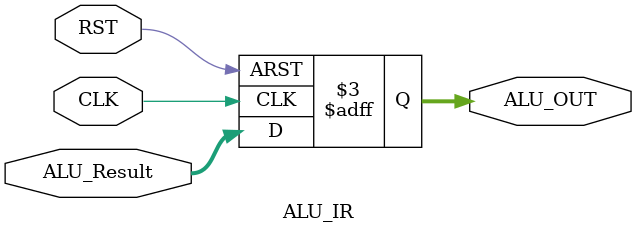
<source format=v>
module ALU_IR(
input   wire    [31:0]     ALU_Result,
input   wire               CLK,
input   wire               RST,
output  reg     [31:0]     ALU_OUT
);

always@(posedge CLK or negedge RST)
begin
if(!RST)
    begin
        ALU_OUT <= 0;
    end
else
    begin
        ALU_OUT <= ALU_Result;
    end


end
endmodule

</source>
